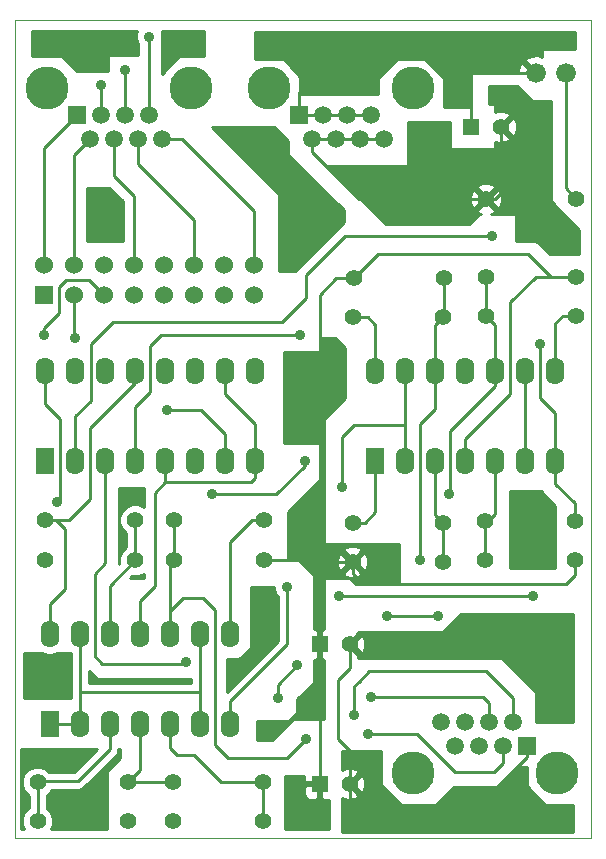
<source format=gbl>
G04 (created by PCBNEW (22-Jun-2014 BZR 4027)-stable) date Cts 25 Nis 2020 13:21:39 +03*
%MOIN*%
G04 Gerber Fmt 3.4, Leading zero omitted, Abs format*
%FSLAX34Y34*%
G01*
G70*
G90*
G04 APERTURE LIST*
%ADD10C,0.00590551*%
%ADD11C,0.00393701*%
%ADD12C,0.1437*%
%ADD13R,0.0591X0.0591*%
%ADD14C,0.0591*%
%ADD15C,0.055*%
%ADD16R,0.06X0.06*%
%ADD17C,0.06*%
%ADD18C,0.066*%
%ADD19R,0.062X0.09*%
%ADD20O,0.062X0.09*%
%ADD21R,0.055X0.055*%
%ADD22C,0.035*%
%ADD23C,0.01*%
G04 APERTURE END LIST*
G54D10*
G54D11*
X7150Y-6000D02*
X7400Y-6000D01*
X7150Y-6000D02*
X7150Y-6150D01*
X7150Y-6100D02*
X7150Y-6000D01*
X7150Y-33250D02*
X7150Y-6100D01*
X26350Y-33250D02*
X7150Y-33250D01*
X26350Y-6000D02*
X7200Y-6000D01*
X26350Y-33250D02*
X26350Y-6000D01*
X26350Y-6000D02*
X26350Y-33250D01*
X7200Y-6000D02*
X26350Y-6000D01*
G54D12*
X15600Y-8250D03*
X20400Y-8250D03*
G54D13*
X16600Y-9150D03*
G54D14*
X17050Y-9950D03*
X17400Y-9150D03*
X17850Y-9950D03*
X18200Y-9150D03*
X18650Y-9950D03*
X19000Y-9150D03*
X19450Y-9950D03*
G54D12*
X8200Y-8250D03*
X13000Y-8250D03*
G54D13*
X9200Y-9150D03*
G54D14*
X9650Y-9950D03*
X10000Y-9150D03*
X10450Y-9950D03*
X10800Y-9150D03*
X11250Y-9950D03*
X11600Y-9150D03*
X12050Y-9950D03*
G54D12*
X25200Y-31100D03*
X20400Y-31100D03*
G54D13*
X24200Y-30200D03*
G54D14*
X23750Y-29400D03*
X23400Y-30200D03*
X22950Y-29400D03*
X22600Y-30200D03*
X22150Y-29400D03*
X21800Y-30200D03*
X21350Y-29400D03*
G54D15*
X25850Y-14550D03*
X22850Y-14550D03*
X25850Y-11950D03*
X22850Y-11950D03*
X18450Y-14600D03*
X21450Y-14600D03*
X21400Y-15900D03*
X18400Y-15900D03*
X22850Y-15850D03*
X25850Y-15850D03*
X25800Y-24000D03*
X22800Y-24000D03*
X22800Y-22700D03*
X25800Y-22700D03*
X21400Y-22750D03*
X18400Y-22750D03*
X11150Y-22650D03*
X8150Y-22650D03*
X10900Y-31400D03*
X7900Y-31400D03*
X7900Y-32700D03*
X10900Y-32700D03*
X12400Y-31400D03*
X15400Y-31400D03*
X15400Y-32700D03*
X12400Y-32700D03*
X12450Y-22650D03*
X15450Y-22650D03*
X15450Y-24000D03*
X12450Y-24000D03*
X8150Y-24000D03*
X11150Y-24000D03*
X18400Y-24050D03*
X21400Y-24050D03*
G54D16*
X8100Y-15150D03*
G54D17*
X8100Y-14150D03*
X9100Y-15150D03*
X9100Y-14150D03*
X10100Y-15150D03*
X10100Y-14150D03*
X11100Y-15150D03*
X11100Y-14150D03*
X12100Y-15150D03*
X12100Y-14150D03*
X13100Y-15150D03*
X13100Y-14150D03*
X14100Y-15150D03*
X14100Y-14150D03*
X15100Y-15150D03*
X15100Y-14150D03*
G54D18*
X24500Y-7750D03*
X25500Y-7750D03*
G54D19*
X8150Y-20700D03*
G54D20*
X9150Y-20700D03*
X10150Y-20700D03*
X11150Y-20700D03*
X12150Y-20700D03*
X13150Y-20700D03*
X14150Y-20700D03*
X15150Y-20700D03*
X15150Y-17700D03*
X14150Y-17700D03*
X13150Y-17700D03*
X12150Y-17700D03*
X11150Y-17700D03*
X10150Y-17700D03*
X9150Y-17700D03*
X8150Y-17700D03*
G54D19*
X8300Y-29450D03*
G54D20*
X9300Y-29450D03*
X10300Y-29450D03*
X11300Y-29450D03*
X12300Y-29450D03*
X13300Y-29450D03*
X14300Y-29450D03*
X14300Y-26450D03*
X13300Y-26450D03*
X12300Y-26450D03*
X11300Y-26450D03*
X10300Y-26450D03*
X9300Y-26450D03*
X8300Y-26450D03*
G54D19*
X19150Y-20700D03*
G54D20*
X20150Y-20700D03*
X21150Y-20700D03*
X22150Y-20700D03*
X23150Y-20700D03*
X24150Y-20700D03*
X25150Y-20700D03*
X25150Y-17700D03*
X24150Y-17700D03*
X23150Y-17700D03*
X22150Y-17700D03*
X21150Y-17700D03*
X20150Y-17700D03*
X19150Y-17700D03*
G54D21*
X17300Y-31450D03*
G54D15*
X18300Y-31450D03*
G54D21*
X22350Y-9550D03*
G54D15*
X23350Y-9550D03*
G54D21*
X17300Y-26800D03*
G54D15*
X18300Y-26800D03*
G54D22*
X15900Y-28600D03*
X16550Y-27500D03*
X23050Y-13200D03*
X24650Y-16800D03*
X10800Y-7650D03*
X10000Y-8150D03*
X16650Y-16500D03*
X12200Y-19000D03*
X9150Y-16600D03*
X11600Y-6550D03*
X21600Y-21800D03*
X19550Y-25850D03*
X21250Y-25850D03*
X19000Y-28550D03*
X18900Y-29800D03*
X16850Y-29950D03*
X17950Y-25200D03*
X12850Y-27400D03*
X24400Y-25200D03*
X16200Y-24900D03*
X20650Y-24000D03*
X18450Y-29150D03*
X18050Y-21550D03*
X16800Y-20700D03*
X13700Y-21800D03*
X8100Y-16500D03*
X8550Y-22050D03*
G54D23*
X17050Y-9950D02*
X17850Y-9950D01*
X17850Y-9950D02*
X18650Y-9950D01*
X18650Y-9950D02*
X19450Y-9950D01*
X15900Y-28150D02*
X15900Y-28600D01*
X16550Y-27500D02*
X15900Y-28150D01*
X17050Y-9950D02*
X17050Y-10400D01*
X18600Y-11950D02*
X22850Y-11950D01*
X17050Y-10400D02*
X18600Y-11950D01*
X22850Y-11950D02*
X23150Y-11950D01*
X23350Y-11750D02*
X23350Y-9550D01*
X23150Y-11950D02*
X23350Y-11750D01*
X15150Y-20700D02*
X15150Y-19450D01*
X14150Y-18450D02*
X14150Y-17700D01*
X15150Y-19450D02*
X14150Y-18450D01*
X12150Y-21400D02*
X15000Y-21400D01*
X15000Y-21400D02*
X15150Y-21250D01*
X15150Y-21250D02*
X15150Y-20700D01*
X12150Y-20700D02*
X12150Y-21400D01*
X11300Y-25350D02*
X11300Y-26450D01*
X11800Y-24850D02*
X11300Y-25350D01*
X11800Y-21750D02*
X11800Y-24850D01*
X12150Y-21400D02*
X11800Y-21750D01*
X18300Y-31450D02*
X18300Y-31950D01*
X24200Y-30550D02*
X24200Y-30200D01*
X22400Y-32350D02*
X24200Y-30550D01*
X18700Y-32350D02*
X22400Y-32350D01*
X18300Y-31950D02*
X18700Y-32350D01*
X18300Y-26800D02*
X18300Y-27600D01*
X18300Y-27600D02*
X17900Y-28000D01*
X17900Y-28000D02*
X17900Y-29950D01*
X17900Y-29950D02*
X18300Y-30350D01*
X18300Y-30350D02*
X18300Y-31450D01*
X25150Y-20700D02*
X25150Y-19100D01*
X24650Y-18600D02*
X24650Y-16800D01*
X25150Y-19100D02*
X24650Y-18600D01*
X25800Y-22700D02*
X25800Y-22100D01*
X25150Y-21450D02*
X25150Y-20700D01*
X25800Y-22100D02*
X25150Y-21450D01*
X9675Y-18675D02*
X9675Y-16775D01*
X9675Y-18675D02*
X9150Y-19200D01*
X9150Y-20700D02*
X9150Y-19200D01*
X9675Y-16775D02*
X9700Y-16750D01*
X12600Y-16050D02*
X10400Y-16050D01*
X10400Y-16050D02*
X9700Y-16750D01*
X16050Y-16050D02*
X12600Y-16050D01*
X12600Y-16050D02*
X12550Y-16050D01*
X16850Y-15250D02*
X16050Y-16050D01*
X16850Y-14500D02*
X16850Y-15250D01*
X18150Y-13200D02*
X16850Y-14500D01*
X23050Y-13200D02*
X18150Y-13200D01*
X13100Y-14150D02*
X13100Y-12650D01*
X11250Y-10800D02*
X11250Y-9950D01*
X13100Y-12650D02*
X11250Y-10800D01*
X10800Y-9150D02*
X10800Y-7650D01*
X11100Y-14150D02*
X11100Y-11850D01*
X10450Y-11200D02*
X10450Y-9950D01*
X11100Y-11850D02*
X10450Y-11200D01*
X10000Y-9150D02*
X10000Y-8200D01*
X10000Y-8200D02*
X10000Y-8150D01*
X9100Y-14150D02*
X9100Y-10500D01*
X9100Y-10500D02*
X9650Y-9950D01*
X8100Y-14150D02*
X8100Y-10250D01*
X8100Y-10250D02*
X9200Y-9150D01*
X11150Y-20700D02*
X11150Y-18900D01*
X12000Y-16500D02*
X16650Y-16500D01*
X11650Y-16850D02*
X12000Y-16500D01*
X11650Y-18400D02*
X11650Y-16850D01*
X11150Y-18900D02*
X11650Y-18400D01*
X19150Y-17700D02*
X19150Y-16150D01*
X18900Y-15900D02*
X18400Y-15900D01*
X19150Y-16150D02*
X18900Y-15900D01*
X15100Y-14150D02*
X15100Y-12350D01*
X12700Y-9950D02*
X12050Y-9950D01*
X15100Y-12350D02*
X12700Y-9950D01*
X14150Y-19800D02*
X13350Y-19000D01*
X13350Y-19000D02*
X12200Y-19000D01*
X14150Y-20700D02*
X14150Y-19800D01*
X9100Y-16550D02*
X9100Y-15150D01*
X9150Y-16600D02*
X9100Y-16550D01*
X11600Y-9150D02*
X11600Y-6550D01*
X23150Y-18200D02*
X23150Y-17700D01*
X21650Y-19700D02*
X23150Y-18200D01*
X21650Y-21750D02*
X21650Y-19700D01*
X21600Y-21800D02*
X21650Y-21750D01*
X22850Y-15850D02*
X22850Y-14550D01*
X23150Y-17700D02*
X23150Y-16150D01*
X23150Y-16150D02*
X22850Y-15850D01*
X22800Y-22700D02*
X22900Y-22700D01*
X23150Y-22450D02*
X23150Y-20700D01*
X22900Y-22700D02*
X23150Y-22450D01*
X22800Y-24000D02*
X22800Y-22700D01*
X21250Y-25850D02*
X19550Y-25850D01*
X21400Y-22750D02*
X21400Y-24050D01*
X21150Y-20700D02*
X21150Y-22500D01*
X21150Y-22500D02*
X21400Y-22750D01*
X22950Y-29400D02*
X22950Y-28750D01*
X22750Y-28550D02*
X19000Y-28550D01*
X22950Y-28750D02*
X22750Y-28550D01*
X11150Y-22650D02*
X11150Y-24000D01*
X11150Y-24000D02*
X10300Y-24850D01*
X10300Y-24850D02*
X10300Y-26450D01*
X23400Y-30750D02*
X23400Y-30200D01*
X23100Y-31050D02*
X23400Y-30750D01*
X21800Y-31050D02*
X23100Y-31050D01*
X20550Y-29800D02*
X21800Y-31050D01*
X20100Y-29800D02*
X20550Y-29800D01*
X18900Y-29800D02*
X20100Y-29800D01*
X12300Y-26450D02*
X12300Y-25700D01*
X16200Y-30600D02*
X16850Y-29950D01*
X14250Y-30600D02*
X16200Y-30600D01*
X13800Y-30150D02*
X14250Y-30600D01*
X13800Y-25650D02*
X13800Y-30150D01*
X13400Y-25250D02*
X13800Y-25650D01*
X12750Y-25250D02*
X13400Y-25250D01*
X12300Y-25700D02*
X12750Y-25250D01*
X12450Y-22650D02*
X12450Y-24000D01*
X12450Y-24000D02*
X12300Y-24150D01*
X12300Y-24150D02*
X12300Y-26450D01*
X17950Y-25200D02*
X24400Y-25200D01*
X25150Y-17700D02*
X25150Y-16100D01*
X25400Y-15850D02*
X25850Y-15850D01*
X25150Y-16100D02*
X25400Y-15850D01*
X9800Y-24450D02*
X9800Y-27200D01*
X9800Y-27200D02*
X10050Y-27450D01*
X10150Y-24100D02*
X9800Y-24450D01*
X10150Y-24100D02*
X10150Y-20700D01*
X12800Y-27450D02*
X10050Y-27450D01*
X12850Y-27400D02*
X12800Y-27450D01*
X15450Y-22650D02*
X15050Y-22650D01*
X14300Y-23400D02*
X14300Y-26450D01*
X15050Y-22650D02*
X14300Y-23400D01*
X14300Y-28700D02*
X16200Y-26800D01*
X16200Y-26800D02*
X16200Y-24900D01*
X14300Y-29450D02*
X14300Y-28700D01*
X21150Y-17700D02*
X21150Y-18950D01*
X20650Y-19450D02*
X20650Y-24000D01*
X21150Y-18950D02*
X20650Y-19450D01*
X21150Y-17700D02*
X21150Y-16150D01*
X21450Y-15850D02*
X21450Y-14600D01*
X21150Y-16150D02*
X21450Y-15850D01*
X7900Y-32700D02*
X7900Y-31400D01*
X7900Y-31400D02*
X7950Y-31350D01*
X7950Y-31350D02*
X9250Y-31350D01*
X9250Y-31350D02*
X10300Y-30300D01*
X10300Y-30300D02*
X10300Y-29450D01*
X23750Y-29400D02*
X23750Y-28600D01*
X18450Y-28200D02*
X18450Y-29150D01*
X18600Y-28050D02*
X18450Y-28200D01*
X18950Y-27700D02*
X18600Y-28050D01*
X22850Y-27700D02*
X18950Y-27700D01*
X23750Y-28600D02*
X22850Y-27700D01*
X15400Y-32700D02*
X15400Y-31400D01*
X15400Y-31400D02*
X14000Y-31400D01*
X14000Y-31400D02*
X13100Y-30500D01*
X13100Y-30500D02*
X12550Y-30500D01*
X12550Y-30500D02*
X12300Y-30250D01*
X12300Y-30250D02*
X12300Y-29450D01*
X24150Y-17700D02*
X24150Y-20700D01*
X9300Y-29450D02*
X8300Y-29450D01*
X20150Y-19500D02*
X20150Y-19550D01*
X18450Y-19500D02*
X20150Y-19500D01*
X18050Y-19900D02*
X18450Y-19500D01*
X9300Y-28400D02*
X13300Y-28400D01*
X13300Y-28400D02*
X13250Y-28400D01*
X13250Y-28400D02*
X13300Y-28400D01*
X13300Y-29450D02*
X13300Y-28400D01*
X13300Y-28400D02*
X13300Y-26450D01*
X9300Y-29450D02*
X9300Y-28400D01*
X9300Y-28400D02*
X9300Y-26450D01*
X20150Y-20700D02*
X20150Y-19550D01*
X20150Y-19550D02*
X20150Y-17700D01*
X18050Y-21550D02*
X18050Y-19900D01*
X18400Y-22750D02*
X18800Y-22750D01*
X19150Y-22400D02*
X19150Y-20700D01*
X18800Y-22750D02*
X19150Y-22400D01*
X16800Y-20850D02*
X16800Y-20700D01*
X15850Y-21800D02*
X16800Y-20850D01*
X13700Y-21800D02*
X15850Y-21800D01*
X8150Y-22650D02*
X8950Y-22650D01*
X11150Y-18100D02*
X11150Y-17700D01*
X9650Y-19600D02*
X11150Y-18100D01*
X9650Y-21950D02*
X9650Y-19600D01*
X8950Y-22650D02*
X9650Y-21950D01*
X8150Y-22650D02*
X8500Y-22650D01*
X8500Y-22650D02*
X8800Y-22950D01*
X8300Y-25450D02*
X8300Y-26450D01*
X8800Y-24950D02*
X8300Y-25450D01*
X8800Y-22950D02*
X8800Y-24950D01*
X9600Y-14650D02*
X10100Y-15150D01*
X8100Y-16500D02*
X8100Y-16250D01*
X8850Y-14650D02*
X9600Y-14650D01*
X8600Y-14900D02*
X8850Y-14650D01*
X8600Y-15750D02*
X8600Y-14900D01*
X8100Y-16250D02*
X8600Y-15750D01*
X25500Y-7750D02*
X25500Y-11600D01*
X25500Y-11600D02*
X25850Y-11950D01*
X16600Y-9150D02*
X17400Y-9150D01*
X17400Y-9150D02*
X18200Y-9150D01*
X18200Y-9150D02*
X19000Y-9150D01*
X12400Y-31400D02*
X10900Y-31400D01*
X10900Y-31400D02*
X11300Y-31000D01*
X11300Y-31000D02*
X11300Y-29450D01*
X24500Y-7750D02*
X22400Y-7750D01*
X22400Y-7750D02*
X22350Y-7700D01*
X16600Y-9150D02*
X16600Y-8400D01*
X22350Y-7700D02*
X22350Y-9550D01*
X21600Y-6950D02*
X22350Y-7700D01*
X18050Y-6950D02*
X21600Y-6950D01*
X16600Y-8400D02*
X18050Y-6950D01*
X18400Y-24050D02*
X17450Y-24050D01*
X18400Y-24050D02*
X18400Y-24450D01*
X25800Y-24500D02*
X25800Y-24000D01*
X25500Y-24800D02*
X25800Y-24500D01*
X18750Y-24800D02*
X25500Y-24800D01*
X18400Y-24450D02*
X18750Y-24800D01*
X15450Y-24000D02*
X17400Y-24000D01*
X17400Y-24000D02*
X17300Y-23900D01*
X17450Y-24050D02*
X17300Y-23900D01*
X17300Y-31450D02*
X17300Y-26800D01*
X18450Y-14600D02*
X17850Y-14600D01*
X17850Y-14600D02*
X17300Y-15150D01*
X17300Y-15150D02*
X17300Y-23900D01*
X17300Y-23900D02*
X17300Y-26800D01*
X25850Y-14550D02*
X24500Y-14550D01*
X22150Y-19950D02*
X22150Y-20700D01*
X23650Y-18450D02*
X22150Y-19950D01*
X23650Y-15400D02*
X23650Y-18450D01*
X24500Y-14550D02*
X23650Y-15400D01*
X25850Y-14550D02*
X25000Y-14550D01*
X19250Y-13800D02*
X18450Y-14600D01*
X24250Y-13800D02*
X19250Y-13800D01*
X25000Y-14550D02*
X24250Y-13800D01*
X8150Y-18800D02*
X8150Y-17700D01*
X8650Y-19300D02*
X8150Y-18800D01*
X8650Y-21950D02*
X8650Y-19300D01*
X8550Y-22050D02*
X8650Y-21950D01*
G54D10*
G36*
X11250Y-7150D02*
X10250Y-7150D01*
X10250Y-7700D01*
X9220Y-7700D01*
X8720Y-7200D01*
X7700Y-7200D01*
X7700Y-6800D01*
X7700Y-6350D01*
X11222Y-6350D01*
X11175Y-6465D01*
X11174Y-6634D01*
X11239Y-6790D01*
X11250Y-6800D01*
X11250Y-7150D01*
X11250Y-7150D01*
G37*
G54D23*
X11250Y-7150D02*
X10250Y-7150D01*
X10250Y-7700D01*
X9220Y-7700D01*
X8720Y-7200D01*
X7700Y-7200D01*
X7700Y-6800D01*
X7700Y-6350D01*
X11222Y-6350D01*
X11175Y-6465D01*
X11174Y-6634D01*
X11239Y-6790D01*
X11250Y-6800D01*
X11250Y-7150D01*
G54D10*
G36*
X13450Y-7200D02*
X12629Y-7200D01*
X12050Y-7779D01*
X12050Y-6350D01*
X13450Y-6350D01*
X13450Y-7200D01*
X13450Y-7200D01*
G37*
G54D23*
X13450Y-7200D02*
X12629Y-7200D01*
X12050Y-7779D01*
X12050Y-6350D01*
X13450Y-6350D01*
X13450Y-7200D01*
G54D10*
G36*
X10750Y-13350D02*
X9550Y-13350D01*
X9550Y-11600D01*
X10280Y-11600D01*
X10750Y-12022D01*
X10750Y-13350D01*
X10750Y-13350D01*
G37*
G54D23*
X10750Y-13350D02*
X9550Y-13350D01*
X9550Y-11600D01*
X10280Y-11600D01*
X10750Y-12022D01*
X10750Y-13350D01*
G54D10*
G36*
X18100Y-12729D02*
X16479Y-14350D01*
X15950Y-14350D01*
X15950Y-11779D01*
X13720Y-9550D01*
X15779Y-9550D01*
X16250Y-10020D01*
X16250Y-10470D01*
X18100Y-12320D01*
X18100Y-12729D01*
X18100Y-12729D01*
G37*
G54D23*
X18100Y-12729D02*
X16479Y-14350D01*
X15950Y-14350D01*
X15950Y-11779D01*
X13720Y-9550D01*
X15779Y-9550D01*
X16250Y-10020D01*
X16250Y-10470D01*
X18100Y-12320D01*
X18100Y-12729D01*
G54D10*
G36*
X25950Y-13800D02*
X24970Y-13800D01*
X24520Y-13350D01*
X23879Y-13350D01*
X23879Y-9625D01*
X23868Y-9417D01*
X23810Y-9277D01*
X23717Y-9252D01*
X23420Y-9550D01*
X23717Y-9847D01*
X23810Y-9822D01*
X23879Y-9625D01*
X23879Y-13350D01*
X23850Y-13350D01*
X23850Y-12450D01*
X23379Y-12450D01*
X23379Y-12025D01*
X23368Y-11817D01*
X23310Y-11677D01*
X23217Y-11652D01*
X23147Y-11723D01*
X23147Y-11582D01*
X23122Y-11489D01*
X22925Y-11420D01*
X22717Y-11431D01*
X22577Y-11489D01*
X22552Y-11582D01*
X22850Y-11879D01*
X23147Y-11582D01*
X23147Y-11723D01*
X22920Y-11950D01*
X23217Y-12247D01*
X23310Y-12222D01*
X23379Y-12025D01*
X23379Y-12450D01*
X23027Y-12450D01*
X23122Y-12410D01*
X23147Y-12317D01*
X22850Y-12020D01*
X22779Y-12091D01*
X22779Y-11950D01*
X22482Y-11652D01*
X22389Y-11677D01*
X22320Y-11874D01*
X22331Y-12082D01*
X22389Y-12222D01*
X22482Y-12247D01*
X22779Y-11950D01*
X22779Y-12091D01*
X22552Y-12317D01*
X22577Y-12410D01*
X22689Y-12450D01*
X22629Y-12450D01*
X22279Y-12800D01*
X19520Y-12800D01*
X17570Y-10850D01*
X20250Y-10850D01*
X20250Y-9400D01*
X21650Y-9400D01*
X21650Y-10300D01*
X23150Y-10300D01*
X23150Y-10036D01*
X23274Y-10079D01*
X23482Y-10068D01*
X23622Y-10010D01*
X23647Y-9917D01*
X23350Y-9620D01*
X23344Y-9626D01*
X23273Y-9555D01*
X23279Y-9550D01*
X23273Y-9544D01*
X23344Y-9473D01*
X23350Y-9479D01*
X23647Y-9182D01*
X23622Y-9089D01*
X23425Y-9020D01*
X23217Y-9031D01*
X23150Y-9059D01*
X23150Y-8800D01*
X22950Y-8800D01*
X22950Y-8200D01*
X23879Y-8200D01*
X24379Y-8700D01*
X25000Y-8700D01*
X25000Y-12020D01*
X25950Y-12970D01*
X25950Y-13800D01*
X25950Y-13800D01*
G37*
G54D23*
X25950Y-13800D02*
X24970Y-13800D01*
X24520Y-13350D01*
X23879Y-13350D01*
X23879Y-9625D01*
X23868Y-9417D01*
X23810Y-9277D01*
X23717Y-9252D01*
X23420Y-9550D01*
X23717Y-9847D01*
X23810Y-9822D01*
X23879Y-9625D01*
X23879Y-13350D01*
X23850Y-13350D01*
X23850Y-12450D01*
X23379Y-12450D01*
X23379Y-12025D01*
X23368Y-11817D01*
X23310Y-11677D01*
X23217Y-11652D01*
X23147Y-11723D01*
X23147Y-11582D01*
X23122Y-11489D01*
X22925Y-11420D01*
X22717Y-11431D01*
X22577Y-11489D01*
X22552Y-11582D01*
X22850Y-11879D01*
X23147Y-11582D01*
X23147Y-11723D01*
X22920Y-11950D01*
X23217Y-12247D01*
X23310Y-12222D01*
X23379Y-12025D01*
X23379Y-12450D01*
X23027Y-12450D01*
X23122Y-12410D01*
X23147Y-12317D01*
X22850Y-12020D01*
X22779Y-12091D01*
X22779Y-11950D01*
X22482Y-11652D01*
X22389Y-11677D01*
X22320Y-11874D01*
X22331Y-12082D01*
X22389Y-12222D01*
X22482Y-12247D01*
X22779Y-11950D01*
X22779Y-12091D01*
X22552Y-12317D01*
X22577Y-12410D01*
X22689Y-12450D01*
X22629Y-12450D01*
X22279Y-12800D01*
X19520Y-12800D01*
X17570Y-10850D01*
X20250Y-10850D01*
X20250Y-9400D01*
X21650Y-9400D01*
X21650Y-10300D01*
X23150Y-10300D01*
X23150Y-10036D01*
X23274Y-10079D01*
X23482Y-10068D01*
X23622Y-10010D01*
X23647Y-9917D01*
X23350Y-9620D01*
X23344Y-9626D01*
X23273Y-9555D01*
X23279Y-9550D01*
X23273Y-9544D01*
X23344Y-9473D01*
X23350Y-9479D01*
X23647Y-9182D01*
X23622Y-9089D01*
X23425Y-9020D01*
X23217Y-9031D01*
X23150Y-9059D01*
X23150Y-8800D01*
X22950Y-8800D01*
X22950Y-8200D01*
X23879Y-8200D01*
X24379Y-8700D01*
X25000Y-8700D01*
X25000Y-12020D01*
X25950Y-12970D01*
X25950Y-13800D01*
G54D10*
G36*
X25800Y-6950D02*
X24700Y-6950D01*
X24700Y-7205D01*
X24588Y-7165D01*
X24358Y-7175D01*
X24194Y-7243D01*
X24163Y-7342D01*
X24500Y-7679D01*
X24505Y-7673D01*
X24576Y-7744D01*
X24570Y-7750D01*
X24576Y-7755D01*
X24505Y-7826D01*
X24500Y-7820D01*
X24494Y-7826D01*
X24423Y-7755D01*
X24429Y-7750D01*
X24092Y-7413D01*
X23993Y-7444D01*
X23915Y-7661D01*
X23917Y-7700D01*
X22300Y-7700D01*
X22300Y-8900D01*
X21450Y-8900D01*
X21450Y-7929D01*
X20820Y-7300D01*
X20637Y-7300D01*
X20593Y-7281D01*
X20208Y-7281D01*
X20163Y-7300D01*
X19879Y-7300D01*
X19250Y-7929D01*
X19250Y-8450D01*
X16650Y-8450D01*
X16650Y-7880D01*
X16122Y-7300D01*
X15837Y-7300D01*
X15793Y-7281D01*
X15408Y-7281D01*
X15363Y-7300D01*
X15150Y-7300D01*
X15150Y-6400D01*
X25800Y-6400D01*
X25800Y-6950D01*
X25800Y-6950D01*
G37*
G54D23*
X25800Y-6950D02*
X24700Y-6950D01*
X24700Y-7205D01*
X24588Y-7165D01*
X24358Y-7175D01*
X24194Y-7243D01*
X24163Y-7342D01*
X24500Y-7679D01*
X24505Y-7673D01*
X24576Y-7744D01*
X24570Y-7750D01*
X24576Y-7755D01*
X24505Y-7826D01*
X24500Y-7820D01*
X24494Y-7826D01*
X24423Y-7755D01*
X24429Y-7750D01*
X24092Y-7413D01*
X23993Y-7444D01*
X23915Y-7661D01*
X23917Y-7700D01*
X22300Y-7700D01*
X22300Y-8900D01*
X21450Y-8900D01*
X21450Y-7929D01*
X20820Y-7300D01*
X20637Y-7300D01*
X20593Y-7281D01*
X20208Y-7281D01*
X20163Y-7300D01*
X19879Y-7300D01*
X19250Y-7929D01*
X19250Y-8450D01*
X16650Y-8450D01*
X16650Y-7880D01*
X16122Y-7300D01*
X15837Y-7300D01*
X15793Y-7281D01*
X15408Y-7281D01*
X15363Y-7300D01*
X15150Y-7300D01*
X15150Y-6400D01*
X25800Y-6400D01*
X25800Y-6950D01*
G54D10*
G36*
X19950Y-24800D02*
X18929Y-24800D01*
X18929Y-24125D01*
X18918Y-23917D01*
X18860Y-23777D01*
X18767Y-23752D01*
X18697Y-23823D01*
X18697Y-23682D01*
X18672Y-23589D01*
X18475Y-23520D01*
X18267Y-23531D01*
X18127Y-23589D01*
X18102Y-23682D01*
X18400Y-23979D01*
X18697Y-23682D01*
X18697Y-23823D01*
X18470Y-24050D01*
X18767Y-24347D01*
X18860Y-24322D01*
X18929Y-24125D01*
X18929Y-24800D01*
X18697Y-24800D01*
X18697Y-24417D01*
X18400Y-24120D01*
X18329Y-24191D01*
X18329Y-24050D01*
X18032Y-23752D01*
X17939Y-23777D01*
X17870Y-23974D01*
X17881Y-24182D01*
X17939Y-24322D01*
X18032Y-24347D01*
X18329Y-24050D01*
X18329Y-24191D01*
X18102Y-24417D01*
X18127Y-24510D01*
X18324Y-24579D01*
X18532Y-24568D01*
X18672Y-24510D01*
X18697Y-24417D01*
X18697Y-24800D01*
X18520Y-24800D01*
X18320Y-24600D01*
X17450Y-24600D01*
X17450Y-26274D01*
X17412Y-26275D01*
X17350Y-26337D01*
X17350Y-26750D01*
X17357Y-26750D01*
X17357Y-26850D01*
X17350Y-26850D01*
X17350Y-27262D01*
X17412Y-27325D01*
X17450Y-27325D01*
X17450Y-29300D01*
X16429Y-29300D01*
X15729Y-30000D01*
X15200Y-30000D01*
X15200Y-29350D01*
X16270Y-29350D01*
X16550Y-29070D01*
X16550Y-28620D01*
X17100Y-28070D01*
X17100Y-27325D01*
X17187Y-27325D01*
X17250Y-27262D01*
X17250Y-26850D01*
X17242Y-26850D01*
X17242Y-26750D01*
X17250Y-26750D01*
X17250Y-26337D01*
X17187Y-26275D01*
X17100Y-26274D01*
X17100Y-24479D01*
X16620Y-24000D01*
X16250Y-24000D01*
X16250Y-22370D01*
X17350Y-21270D01*
X17350Y-20100D01*
X16100Y-20100D01*
X16100Y-17050D01*
X17350Y-17050D01*
X17350Y-16600D01*
X17829Y-16600D01*
X18150Y-16920D01*
X18150Y-18579D01*
X17450Y-19279D01*
X17450Y-23450D01*
X19950Y-23450D01*
X19950Y-24800D01*
X19950Y-24800D01*
G37*
G54D23*
X19950Y-24800D02*
X18929Y-24800D01*
X18929Y-24125D01*
X18918Y-23917D01*
X18860Y-23777D01*
X18767Y-23752D01*
X18697Y-23823D01*
X18697Y-23682D01*
X18672Y-23589D01*
X18475Y-23520D01*
X18267Y-23531D01*
X18127Y-23589D01*
X18102Y-23682D01*
X18400Y-23979D01*
X18697Y-23682D01*
X18697Y-23823D01*
X18470Y-24050D01*
X18767Y-24347D01*
X18860Y-24322D01*
X18929Y-24125D01*
X18929Y-24800D01*
X18697Y-24800D01*
X18697Y-24417D01*
X18400Y-24120D01*
X18329Y-24191D01*
X18329Y-24050D01*
X18032Y-23752D01*
X17939Y-23777D01*
X17870Y-23974D01*
X17881Y-24182D01*
X17939Y-24322D01*
X18032Y-24347D01*
X18329Y-24050D01*
X18329Y-24191D01*
X18102Y-24417D01*
X18127Y-24510D01*
X18324Y-24579D01*
X18532Y-24568D01*
X18672Y-24510D01*
X18697Y-24417D01*
X18697Y-24800D01*
X18520Y-24800D01*
X18320Y-24600D01*
X17450Y-24600D01*
X17450Y-26274D01*
X17412Y-26275D01*
X17350Y-26337D01*
X17350Y-26750D01*
X17357Y-26750D01*
X17357Y-26850D01*
X17350Y-26850D01*
X17350Y-27262D01*
X17412Y-27325D01*
X17450Y-27325D01*
X17450Y-29300D01*
X16429Y-29300D01*
X15729Y-30000D01*
X15200Y-30000D01*
X15200Y-29350D01*
X16270Y-29350D01*
X16550Y-29070D01*
X16550Y-28620D01*
X17100Y-28070D01*
X17100Y-27325D01*
X17187Y-27325D01*
X17250Y-27262D01*
X17250Y-26850D01*
X17242Y-26850D01*
X17242Y-26750D01*
X17250Y-26750D01*
X17250Y-26337D01*
X17187Y-26275D01*
X17100Y-26274D01*
X17100Y-24479D01*
X16620Y-24000D01*
X16250Y-24000D01*
X16250Y-22370D01*
X17350Y-21270D01*
X17350Y-20100D01*
X16100Y-20100D01*
X16100Y-17050D01*
X17350Y-17050D01*
X17350Y-16600D01*
X17829Y-16600D01*
X18150Y-16920D01*
X18150Y-18579D01*
X17450Y-19279D01*
X17450Y-23450D01*
X19950Y-23450D01*
X19950Y-24800D01*
G54D10*
G36*
X11450Y-22207D02*
X11447Y-22205D01*
X11254Y-22125D01*
X11046Y-22124D01*
X10853Y-22204D01*
X10705Y-22352D01*
X10625Y-22545D01*
X10624Y-22753D01*
X10704Y-22947D01*
X10850Y-23092D01*
X10850Y-23557D01*
X10705Y-23702D01*
X10625Y-23895D01*
X10624Y-24100D01*
X10600Y-24125D01*
X10600Y-21600D01*
X11450Y-21600D01*
X11450Y-22207D01*
X11450Y-22207D01*
G37*
G54D23*
X11450Y-22207D02*
X11447Y-22205D01*
X11254Y-22125D01*
X11046Y-22124D01*
X10853Y-22204D01*
X10705Y-22352D01*
X10625Y-22545D01*
X10624Y-22753D01*
X10704Y-22947D01*
X10850Y-23092D01*
X10850Y-23557D01*
X10705Y-23702D01*
X10625Y-23895D01*
X10624Y-24100D01*
X10600Y-24125D01*
X10600Y-21600D01*
X11450Y-21600D01*
X11450Y-22207D01*
G54D10*
G36*
X11450Y-24600D02*
X10974Y-24600D01*
X11049Y-24524D01*
X11253Y-24525D01*
X11447Y-24445D01*
X11450Y-24442D01*
X11450Y-24600D01*
X11450Y-24600D01*
G37*
G54D23*
X11450Y-24600D02*
X10974Y-24600D01*
X11049Y-24524D01*
X11253Y-24525D01*
X11447Y-24445D01*
X11450Y-24442D01*
X11450Y-24600D01*
G54D10*
G36*
X15900Y-26675D02*
X14200Y-28375D01*
X14200Y-27300D01*
X14620Y-27300D01*
X15000Y-26920D01*
X15000Y-24900D01*
X15050Y-24900D01*
X15774Y-24900D01*
X15774Y-24984D01*
X15839Y-25140D01*
X15900Y-25201D01*
X15900Y-26675D01*
X15900Y-26675D01*
G37*
G54D23*
X15900Y-26675D02*
X14200Y-28375D01*
X14200Y-27300D01*
X14620Y-27300D01*
X15000Y-26920D01*
X15000Y-24900D01*
X15050Y-24900D01*
X15774Y-24900D01*
X15774Y-24984D01*
X15839Y-25140D01*
X15900Y-25201D01*
X15900Y-26675D01*
G54D10*
G36*
X9000Y-28600D02*
X7450Y-28600D01*
X7450Y-27100D01*
X8054Y-27100D01*
X8085Y-27121D01*
X8300Y-27163D01*
X8514Y-27121D01*
X8545Y-27100D01*
X9000Y-27100D01*
X9000Y-28400D01*
X9000Y-28600D01*
X9000Y-28600D01*
G37*
G54D23*
X9000Y-28600D02*
X7450Y-28600D01*
X7450Y-27100D01*
X8054Y-27100D01*
X8085Y-27121D01*
X8300Y-27163D01*
X8514Y-27121D01*
X8545Y-27100D01*
X9000Y-27100D01*
X9000Y-28400D01*
X9000Y-28600D01*
G54D10*
G36*
X13000Y-28100D02*
X9600Y-28100D01*
X9600Y-27670D01*
X9879Y-27950D01*
X13000Y-27950D01*
X13000Y-28100D01*
X13000Y-28100D01*
G37*
G54D23*
X13000Y-28100D02*
X9600Y-28100D01*
X9600Y-27670D01*
X9879Y-27950D01*
X13000Y-27950D01*
X13000Y-28100D01*
G54D10*
G36*
X9875Y-30300D02*
X9125Y-31050D01*
X8292Y-31050D01*
X8197Y-30955D01*
X8004Y-30875D01*
X7796Y-30874D01*
X7603Y-30954D01*
X7455Y-31102D01*
X7375Y-31295D01*
X7374Y-31503D01*
X7454Y-31697D01*
X7600Y-31842D01*
X7600Y-32257D01*
X7455Y-32402D01*
X7375Y-32595D01*
X7374Y-32803D01*
X7435Y-32950D01*
X7350Y-32950D01*
X7350Y-30300D01*
X9875Y-30300D01*
X9875Y-30300D01*
G37*
G54D23*
X9875Y-30300D02*
X9125Y-31050D01*
X8292Y-31050D01*
X8197Y-30955D01*
X8004Y-30875D01*
X7796Y-30874D01*
X7603Y-30954D01*
X7455Y-31102D01*
X7375Y-31295D01*
X7374Y-31503D01*
X7454Y-31697D01*
X7600Y-31842D01*
X7600Y-32257D01*
X7455Y-32402D01*
X7375Y-32595D01*
X7374Y-32803D01*
X7435Y-32950D01*
X7350Y-32950D01*
X7350Y-30300D01*
X9875Y-30300D01*
G54D10*
G36*
X10650Y-30579D02*
X10200Y-31029D01*
X10200Y-32950D01*
X8364Y-32950D01*
X8424Y-32804D01*
X8425Y-32596D01*
X8345Y-32403D01*
X8200Y-32257D01*
X8200Y-31842D01*
X8344Y-31697D01*
X8364Y-31650D01*
X9250Y-31650D01*
X9250Y-31649D01*
X9364Y-31627D01*
X9364Y-31627D01*
X9462Y-31562D01*
X10512Y-30512D01*
X10512Y-30512D01*
X10577Y-30414D01*
X10599Y-30300D01*
X10600Y-30300D01*
X10650Y-30300D01*
X10650Y-30579D01*
X10650Y-30579D01*
G37*
G54D23*
X10650Y-30579D02*
X10200Y-31029D01*
X10200Y-32950D01*
X8364Y-32950D01*
X8424Y-32804D01*
X8425Y-32596D01*
X8345Y-32403D01*
X8200Y-32257D01*
X8200Y-31842D01*
X8344Y-31697D01*
X8364Y-31650D01*
X9250Y-31650D01*
X9250Y-31649D01*
X9364Y-31627D01*
X9364Y-31627D01*
X9462Y-31562D01*
X10512Y-30512D01*
X10512Y-30512D01*
X10577Y-30414D01*
X10599Y-30300D01*
X10600Y-30300D01*
X10650Y-30300D01*
X10650Y-30579D01*
G54D10*
G36*
X17600Y-32950D02*
X17250Y-32950D01*
X17250Y-31912D01*
X17250Y-31500D01*
X16837Y-31500D01*
X16775Y-31562D01*
X16774Y-31675D01*
X16775Y-31774D01*
X16813Y-31866D01*
X16883Y-31937D01*
X16975Y-31975D01*
X17187Y-31975D01*
X17250Y-31912D01*
X17250Y-32950D01*
X16150Y-32950D01*
X16150Y-31200D01*
X16774Y-31200D01*
X16774Y-31224D01*
X16775Y-31337D01*
X16837Y-31400D01*
X17250Y-31400D01*
X17250Y-31392D01*
X17350Y-31392D01*
X17350Y-31400D01*
X17357Y-31400D01*
X17357Y-31500D01*
X17350Y-31500D01*
X17350Y-31912D01*
X17412Y-31975D01*
X17600Y-31975D01*
X17600Y-32950D01*
X17600Y-32950D01*
G37*
G54D23*
X17600Y-32950D02*
X17250Y-32950D01*
X17250Y-31912D01*
X17250Y-31500D01*
X16837Y-31500D01*
X16775Y-31562D01*
X16774Y-31675D01*
X16775Y-31774D01*
X16813Y-31866D01*
X16883Y-31937D01*
X16975Y-31975D01*
X17187Y-31975D01*
X17250Y-31912D01*
X17250Y-32950D01*
X16150Y-32950D01*
X16150Y-31200D01*
X16774Y-31200D01*
X16774Y-31224D01*
X16775Y-31337D01*
X16837Y-31400D01*
X17250Y-31400D01*
X17250Y-31392D01*
X17350Y-31392D01*
X17350Y-31400D01*
X17357Y-31400D01*
X17357Y-31500D01*
X17350Y-31500D01*
X17350Y-31912D01*
X17412Y-31975D01*
X17600Y-31975D01*
X17600Y-32950D01*
G54D10*
G36*
X25750Y-33050D02*
X18829Y-33050D01*
X18829Y-31525D01*
X18818Y-31317D01*
X18760Y-31177D01*
X18667Y-31152D01*
X18370Y-31450D01*
X18667Y-31747D01*
X18760Y-31722D01*
X18829Y-31525D01*
X18829Y-33050D01*
X18050Y-33050D01*
X18050Y-31918D01*
X18224Y-31979D01*
X18432Y-31968D01*
X18572Y-31910D01*
X18597Y-31817D01*
X18300Y-31520D01*
X18294Y-31526D01*
X18223Y-31455D01*
X18229Y-31450D01*
X18223Y-31444D01*
X18294Y-31373D01*
X18300Y-31379D01*
X18597Y-31082D01*
X18572Y-30989D01*
X18375Y-30920D01*
X18167Y-30931D01*
X18050Y-30980D01*
X18050Y-30350D01*
X19350Y-30350D01*
X19350Y-31470D01*
X20029Y-32150D01*
X21170Y-32150D01*
X21770Y-31550D01*
X23270Y-31550D01*
X23920Y-30900D01*
X24200Y-30900D01*
X24200Y-31520D01*
X24829Y-32150D01*
X25750Y-32150D01*
X25750Y-33050D01*
X25750Y-33050D01*
G37*
G54D23*
X25750Y-33050D02*
X18829Y-33050D01*
X18829Y-31525D01*
X18818Y-31317D01*
X18760Y-31177D01*
X18667Y-31152D01*
X18370Y-31450D01*
X18667Y-31747D01*
X18760Y-31722D01*
X18829Y-31525D01*
X18829Y-33050D01*
X18050Y-33050D01*
X18050Y-31918D01*
X18224Y-31979D01*
X18432Y-31968D01*
X18572Y-31910D01*
X18597Y-31817D01*
X18300Y-31520D01*
X18294Y-31526D01*
X18223Y-31455D01*
X18229Y-31450D01*
X18223Y-31444D01*
X18294Y-31373D01*
X18300Y-31379D01*
X18597Y-31082D01*
X18572Y-30989D01*
X18375Y-30920D01*
X18167Y-30931D01*
X18050Y-30980D01*
X18050Y-30350D01*
X19350Y-30350D01*
X19350Y-31470D01*
X20029Y-32150D01*
X21170Y-32150D01*
X21770Y-31550D01*
X23270Y-31550D01*
X23920Y-30900D01*
X24200Y-30900D01*
X24200Y-31520D01*
X24829Y-32150D01*
X25750Y-32150D01*
X25750Y-33050D01*
G54D10*
G36*
X25750Y-29400D02*
X24500Y-29400D01*
X24500Y-28379D01*
X23370Y-27250D01*
X18829Y-27250D01*
X18829Y-26875D01*
X18818Y-26667D01*
X18760Y-26527D01*
X18667Y-26502D01*
X18370Y-26800D01*
X18667Y-27097D01*
X18760Y-27072D01*
X18829Y-26875D01*
X18829Y-27250D01*
X18575Y-27250D01*
X18597Y-27167D01*
X18300Y-26870D01*
X18294Y-26876D01*
X18223Y-26805D01*
X18229Y-26800D01*
X18223Y-26794D01*
X18294Y-26723D01*
X18300Y-26729D01*
X18597Y-26432D01*
X18588Y-26400D01*
X21420Y-26400D01*
X22020Y-25800D01*
X25750Y-25800D01*
X25750Y-29400D01*
X25750Y-29400D01*
G37*
G54D23*
X25750Y-29400D02*
X24500Y-29400D01*
X24500Y-28379D01*
X23370Y-27250D01*
X18829Y-27250D01*
X18829Y-26875D01*
X18818Y-26667D01*
X18760Y-26527D01*
X18667Y-26502D01*
X18370Y-26800D01*
X18667Y-27097D01*
X18760Y-27072D01*
X18829Y-26875D01*
X18829Y-27250D01*
X18575Y-27250D01*
X18597Y-27167D01*
X18300Y-26870D01*
X18294Y-26876D01*
X18223Y-26805D01*
X18229Y-26800D01*
X18223Y-26794D01*
X18294Y-26723D01*
X18300Y-26729D01*
X18597Y-26432D01*
X18588Y-26400D01*
X21420Y-26400D01*
X22020Y-25800D01*
X25750Y-25800D01*
X25750Y-29400D01*
G54D10*
G36*
X25150Y-24250D02*
X23650Y-24250D01*
X23650Y-21700D01*
X24679Y-21700D01*
X25150Y-22170D01*
X25150Y-24250D01*
X25150Y-24250D01*
G37*
G54D23*
X25150Y-24250D02*
X23650Y-24250D01*
X23650Y-21700D01*
X24679Y-21700D01*
X25150Y-22170D01*
X25150Y-24250D01*
M02*

</source>
